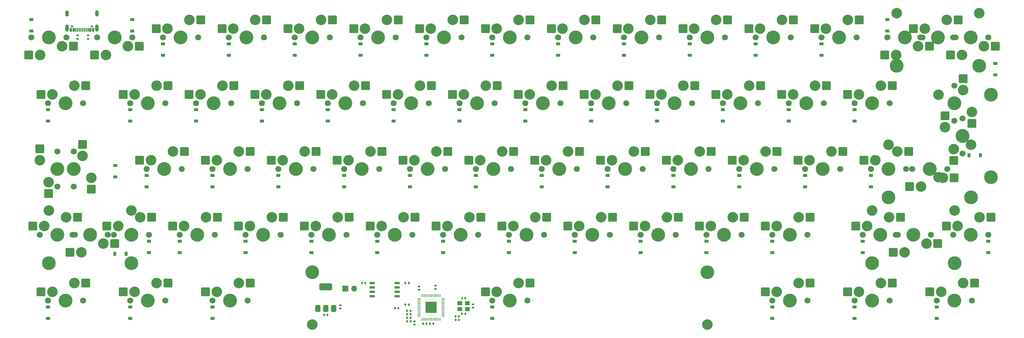
<source format=gbr>
%TF.GenerationSoftware,KiCad,Pcbnew,8.0.4*%
%TF.CreationDate,2024-09-09T16:00:28+08:00*%
%TF.ProjectId,PH60_Rev3,50483630-5f52-4657-9633-2e6b69636164,rev?*%
%TF.SameCoordinates,PX1b40518PY1b40518*%
%TF.FileFunction,Soldermask,Bot*%
%TF.FilePolarity,Negative*%
%FSLAX46Y46*%
G04 Gerber Fmt 4.6, Leading zero omitted, Abs format (unit mm)*
G04 Created by KiCad (PCBNEW 8.0.4) date 2024-09-09 16:00:28*
%MOMM*%
%LPD*%
G01*
G04 APERTURE LIST*
G04 Aperture macros list*
%AMRoundRect*
0 Rectangle with rounded corners*
0 $1 Rounding radius*
0 $2 $3 $4 $5 $6 $7 $8 $9 X,Y pos of 4 corners*
0 Add a 4 corners polygon primitive as box body*
4,1,4,$2,$3,$4,$5,$6,$7,$8,$9,$2,$3,0*
0 Add four circle primitives for the rounded corners*
1,1,$1+$1,$2,$3*
1,1,$1+$1,$4,$5*
1,1,$1+$1,$6,$7*
1,1,$1+$1,$8,$9*
0 Add four rect primitives between the rounded corners*
20,1,$1+$1,$2,$3,$4,$5,0*
20,1,$1+$1,$4,$5,$6,$7,0*
20,1,$1+$1,$6,$7,$8,$9,0*
20,1,$1+$1,$8,$9,$2,$3,0*%
G04 Aperture macros list end*
%ADD10C,3.048000*%
%ADD11C,3.987800*%
%ADD12C,1.750000*%
%ADD13C,3.050000*%
%ADD14C,4.000000*%
%ADD15RoundRect,0.250000X-1.025000X-1.000000X1.025000X-1.000000X1.025000X1.000000X-1.025000X1.000000X0*%
%ADD16RoundRect,0.250000X1.000000X-1.025000X1.000000X1.025000X-1.000000X1.025000X-1.000000X-1.025000X0*%
%ADD17RoundRect,0.250000X1.025000X1.000000X-1.025000X1.000000X-1.025000X-1.000000X1.025000X-1.000000X0*%
%ADD18RoundRect,0.250000X-1.000000X1.025000X-1.000000X-1.025000X1.000000X-1.025000X1.000000X1.025000X0*%
%ADD19RoundRect,0.140000X-0.140000X-0.170000X0.140000X-0.170000X0.140000X0.170000X-0.140000X0.170000X0*%
%ADD20RoundRect,0.225000X0.375000X-0.225000X0.375000X0.225000X-0.375000X0.225000X-0.375000X-0.225000X0*%
%ADD21RoundRect,0.135000X-0.185000X0.135000X-0.185000X-0.135000X0.185000X-0.135000X0.185000X0.135000X0*%
%ADD22RoundRect,0.135000X-0.135000X-0.185000X0.135000X-0.185000X0.135000X0.185000X-0.135000X0.185000X0*%
%ADD23RoundRect,0.140000X0.140000X0.170000X-0.140000X0.170000X-0.140000X-0.170000X0.140000X-0.170000X0*%
%ADD24R,1.700000X1.700000*%
%ADD25O,1.700000X1.700000*%
%ADD26RoundRect,0.135000X0.135000X0.185000X-0.135000X0.185000X-0.135000X-0.185000X0.135000X-0.185000X0*%
%ADD27RoundRect,0.225000X-0.375000X0.225000X-0.375000X-0.225000X0.375000X-0.225000X0.375000X0.225000X0*%
%ADD28RoundRect,0.150000X0.650000X0.150000X-0.650000X0.150000X-0.650000X-0.150000X0.650000X-0.150000X0*%
%ADD29RoundRect,0.140000X0.170000X-0.140000X0.170000X0.140000X-0.170000X0.140000X-0.170000X-0.140000X0*%
%ADD30RoundRect,0.225000X0.225000X0.375000X-0.225000X0.375000X-0.225000X-0.375000X0.225000X-0.375000X0*%
%ADD31R,1.400000X1.200000*%
%ADD32RoundRect,0.375000X0.375000X-0.625000X0.375000X0.625000X-0.375000X0.625000X-0.375000X-0.625000X0*%
%ADD33RoundRect,0.500000X1.400000X-0.500000X1.400000X0.500000X-1.400000X0.500000X-1.400000X-0.500000X0*%
%ADD34RoundRect,0.140000X-0.170000X0.140000X-0.170000X-0.140000X0.170000X-0.140000X0.170000X0.140000X0*%
%ADD35C,0.650000*%
%ADD36RoundRect,0.150000X-0.150000X-0.425000X0.150000X-0.425000X0.150000X0.425000X-0.150000X0.425000X0*%
%ADD37RoundRect,0.075000X-0.075000X-0.500000X0.075000X-0.500000X0.075000X0.500000X-0.075000X0.500000X0*%
%ADD38O,1.000000X1.800000*%
%ADD39O,1.000000X2.100000*%
%ADD40RoundRect,0.050000X-0.050000X0.387500X-0.050000X-0.387500X0.050000X-0.387500X0.050000X0.387500X0*%
%ADD41RoundRect,0.050000X-0.387500X0.050000X-0.387500X-0.050000X0.387500X-0.050000X0.387500X0.050000X0*%
%ADD42R,3.200000X3.200000*%
G04 APERTURE END LIST*
D10*
%TO.C,REF\u002A\u002A*%
X200025000Y-92710000D03*
D11*
X200025000Y-77500000D03*
D10*
X85725000Y-92710000D03*
D11*
X85725000Y-77500000D03*
%TD*%
D12*
%TO.C,S52*%
X180657500Y-66675000D03*
D13*
X181927500Y-64135000D03*
D14*
X185737500Y-66675000D03*
D13*
X188277500Y-61595000D03*
D12*
X190817500Y-66675000D03*
D15*
X178652500Y-64135000D03*
X191579500Y-61595000D03*
%TD*%
D12*
%TO.C,S16*%
X33020000Y-28575000D03*
D13*
X34290000Y-26035000D03*
D14*
X38100000Y-28575000D03*
D13*
X40640000Y-23495000D03*
D12*
X43180000Y-28575000D03*
D15*
X31015000Y-26035000D03*
X43942000Y-23495000D03*
%TD*%
D12*
%TO.C,S29*%
X11906250Y-52705000D03*
D13*
X9366250Y-51435000D03*
D14*
X11906250Y-47625000D03*
D13*
X6826250Y-45085000D03*
D12*
X11906250Y-42545000D03*
D16*
X9366250Y-54710000D03*
X6826250Y-41783000D03*
%TD*%
D12*
%TO.C,S10*%
X175895000Y-9525000D03*
D13*
X177165000Y-6985000D03*
D14*
X180975000Y-9525000D03*
D13*
X183515000Y-4445000D03*
D12*
X186055000Y-9525000D03*
D15*
X173890000Y-6985000D03*
X186817000Y-4445000D03*
%TD*%
D12*
%TO.C,S14*%
X261620000Y-9525000D03*
D13*
X262890000Y-6985000D03*
D14*
X266700000Y-9525000D03*
D13*
X269240000Y-4445000D03*
D12*
X271780000Y-9525000D03*
D15*
X259615000Y-6985000D03*
X272542000Y-4445000D03*
%TD*%
D12*
%TO.C,S63*%
X266382500Y-85725000D03*
D13*
X267652500Y-83185000D03*
D14*
X271462500Y-85725000D03*
D13*
X274002500Y-80645000D03*
D12*
X276542500Y-85725000D03*
D15*
X264377500Y-83185000D03*
X277304500Y-80645000D03*
%TD*%
D12*
%TO.C,S24*%
X185420000Y-28575000D03*
D13*
X186690000Y-26035000D03*
D14*
X190500000Y-28575000D03*
D13*
X193040000Y-23495000D03*
D12*
X195580000Y-28575000D03*
D15*
X183415000Y-26035000D03*
X196342000Y-23495000D03*
%TD*%
D12*
%TO.C,S61*%
X218757500Y-85725000D03*
D13*
X220027500Y-83185000D03*
D14*
X223837500Y-85725000D03*
D13*
X226377500Y-80645000D03*
D12*
X228917500Y-85725000D03*
D15*
X216752500Y-83185000D03*
X229679500Y-80645000D03*
%TD*%
D12*
%TO.C,S47*%
X85407500Y-66675000D03*
D13*
X86677500Y-64135000D03*
D14*
X90487500Y-66675000D03*
D13*
X93027500Y-61595000D03*
D12*
X95567500Y-66675000D03*
D15*
X83402500Y-64135000D03*
X96329500Y-61595000D03*
%TD*%
D12*
%TO.C,S41*%
X269398750Y-47625000D03*
D13*
X268128750Y-50165000D03*
D14*
X264318750Y-47625000D03*
D13*
X261778750Y-52705000D03*
D12*
X259238750Y-47625000D03*
D17*
X271403750Y-50165000D03*
X258476750Y-52705000D03*
%TD*%
D12*
%TO.C,S30*%
X37782500Y-47625000D03*
D13*
X39052500Y-45085000D03*
D14*
X42862500Y-47625000D03*
D13*
X45402500Y-42545000D03*
D12*
X47942500Y-47625000D03*
D15*
X35777500Y-45085000D03*
X48704500Y-42545000D03*
%TD*%
D12*
%TO.C,S28*%
X273843750Y-43180000D03*
D13*
X271303750Y-41910000D03*
D14*
X273843750Y-38100000D03*
D13*
X268763750Y-35560000D03*
D12*
X273843750Y-33020000D03*
D16*
X271303750Y-45185000D03*
X268763750Y-32258000D03*
%TD*%
D12*
%TO.C,S43*%
X26511250Y-66675000D03*
D13*
X25241250Y-69215000D03*
D14*
X21431250Y-66675000D03*
D13*
X18891250Y-71755000D03*
D12*
X16351250Y-66675000D03*
D17*
X28516250Y-69215000D03*
X15589250Y-71755000D03*
%TD*%
D12*
%TO.C,S33*%
X94932500Y-47625000D03*
D13*
X96202500Y-45085000D03*
D14*
X100012500Y-47625000D03*
D13*
X102552500Y-42545000D03*
D12*
X105092500Y-47625000D03*
D15*
X92927500Y-45085000D03*
X105854500Y-42545000D03*
%TD*%
D12*
%TO.C,S7*%
X118745000Y-9525000D03*
D13*
X120015000Y-6985000D03*
D14*
X123825000Y-9525000D03*
D13*
X126365000Y-4445000D03*
D12*
X128905000Y-9525000D03*
D15*
X116740000Y-6985000D03*
X129667000Y-4445000D03*
%TD*%
D10*
%TO.C,REF\u002A\u002A*%
X252380750Y-40640000D03*
D11*
X252380750Y-55850000D03*
D10*
X276256750Y-40640000D03*
D11*
X276256750Y-55850000D03*
%TD*%
D12*
%TO.C,S23*%
X166370000Y-28575000D03*
D13*
X167640000Y-26035000D03*
D14*
X171450000Y-28575000D03*
D13*
X173990000Y-23495000D03*
D12*
X176530000Y-28575000D03*
D15*
X164365000Y-26035000D03*
X177292000Y-23495000D03*
%TD*%
D12*
%TO.C,S26*%
X223520000Y-28575000D03*
D13*
X224790000Y-26035000D03*
D14*
X228600000Y-28575000D03*
D13*
X231140000Y-23495000D03*
D12*
X233680000Y-28575000D03*
D15*
X221515000Y-26035000D03*
X234442000Y-23495000D03*
%TD*%
D12*
%TO.C,S48*%
X104457500Y-66675000D03*
D13*
X105727500Y-64135000D03*
D14*
X109537500Y-66675000D03*
D13*
X112077500Y-61595000D03*
D12*
X114617500Y-66675000D03*
D15*
X102452500Y-64135000D03*
X115379500Y-61595000D03*
%TD*%
D12*
%TO.C,S50*%
X142557500Y-66675000D03*
D13*
X143827500Y-64135000D03*
D14*
X147637500Y-66675000D03*
D13*
X150177500Y-61595000D03*
D12*
X152717500Y-66675000D03*
D15*
X140552500Y-64135000D03*
X153479500Y-61595000D03*
%TD*%
D12*
%TO.C,S62*%
X242570000Y-85725000D03*
D13*
X243840000Y-83185000D03*
D14*
X247650000Y-85725000D03*
D13*
X250190000Y-80645000D03*
D12*
X252730000Y-85725000D03*
D15*
X240565000Y-83185000D03*
X253492000Y-80645000D03*
%TD*%
D12*
%TO.C,S55*%
X244951250Y-66675000D03*
D13*
X246221250Y-64135000D03*
D14*
X250031250Y-66675000D03*
D13*
X252571250Y-61595000D03*
D12*
X255111250Y-66675000D03*
D15*
X242946250Y-64135000D03*
X255873250Y-61595000D03*
%TD*%
D12*
%TO.C,S28*%
X271462500Y-23495000D03*
D13*
X274002500Y-24765000D03*
D14*
X271462500Y-28575000D03*
D13*
X276542500Y-31115000D03*
D12*
X271462500Y-33655000D03*
D18*
X274002500Y-21490000D03*
X276542500Y-34417000D03*
%TD*%
D10*
%TO.C,REF\u002A\u002A*%
X247618250Y-59690000D03*
D11*
X247618250Y-74900000D03*
D10*
X271494250Y-59690000D03*
D11*
X271494250Y-74900000D03*
%TD*%
D12*
%TO.C,S29*%
X16668750Y-42545000D03*
D13*
X19208750Y-43815000D03*
D14*
X16668750Y-47625000D03*
D13*
X21748750Y-50165000D03*
D12*
X16668750Y-52705000D03*
D18*
X19208750Y-40540000D03*
X21748750Y-53467000D03*
%TD*%
D12*
%TO.C,S36*%
X152082500Y-47625000D03*
D13*
X153352500Y-45085000D03*
D14*
X157162500Y-47625000D03*
D13*
X159702500Y-42545000D03*
D12*
X162242500Y-47625000D03*
D15*
X150077500Y-45085000D03*
X163004500Y-42545000D03*
%TD*%
D10*
%TO.C,REF\u002A\u002A*%
X254762000Y-2540000D03*
D11*
X254762000Y-17750000D03*
D10*
X278638000Y-2540000D03*
D11*
X278638000Y-17750000D03*
%TD*%
D12*
%TO.C,S53*%
X199707500Y-66675000D03*
D13*
X200977500Y-64135000D03*
D14*
X204787500Y-66675000D03*
D13*
X207327500Y-61595000D03*
D12*
X209867500Y-66675000D03*
D15*
X197702500Y-64135000D03*
X210629500Y-61595000D03*
%TD*%
D12*
%TO.C,S4*%
X61595000Y-9525000D03*
D13*
X62865000Y-6985000D03*
D14*
X66675000Y-9525000D03*
D13*
X69215000Y-4445000D03*
D12*
X71755000Y-9525000D03*
D15*
X59590000Y-6985000D03*
X72517000Y-4445000D03*
%TD*%
D12*
%TO.C,S11*%
X194945000Y-9525000D03*
D13*
X196215000Y-6985000D03*
D14*
X200025000Y-9525000D03*
D13*
X202565000Y-4445000D03*
D12*
X205105000Y-9525000D03*
D15*
X192940000Y-6985000D03*
X205867000Y-4445000D03*
%TD*%
D12*
%TO.C,S3*%
X42545000Y-9525000D03*
D13*
X43815000Y-6985000D03*
D14*
X47625000Y-9525000D03*
D13*
X50165000Y-4445000D03*
D12*
X52705000Y-9525000D03*
D15*
X40540000Y-6985000D03*
X53467000Y-4445000D03*
%TD*%
D12*
%TO.C,S37*%
X171132500Y-47625000D03*
D13*
X172402500Y-45085000D03*
D14*
X176212500Y-47625000D03*
D13*
X178752500Y-42545000D03*
D12*
X181292500Y-47625000D03*
D15*
X169127500Y-45085000D03*
X182054500Y-42545000D03*
%TD*%
D12*
%TO.C,S27*%
X242570000Y-28575000D03*
D13*
X243840000Y-26035000D03*
D14*
X247650000Y-28575000D03*
D13*
X250190000Y-23495000D03*
D12*
X252730000Y-28575000D03*
D15*
X240565000Y-26035000D03*
X253492000Y-23495000D03*
%TD*%
D12*
%TO.C,S13*%
X233045000Y-9525000D03*
D13*
X234315000Y-6985000D03*
D14*
X238125000Y-9525000D03*
D13*
X240665000Y-4445000D03*
D12*
X243205000Y-9525000D03*
D15*
X231040000Y-6985000D03*
X243967000Y-4445000D03*
%TD*%
D12*
%TO.C,S49*%
X123507500Y-66675000D03*
D13*
X124777500Y-64135000D03*
D14*
X128587500Y-66675000D03*
D13*
X131127500Y-61595000D03*
D12*
X133667500Y-66675000D03*
D15*
X121502500Y-64135000D03*
X134429500Y-61595000D03*
%TD*%
D10*
%TO.C,REF\u002A\u002A*%
X9493250Y-59690000D03*
D11*
X9493250Y-74900000D03*
D10*
X33369250Y-59690000D03*
D11*
X33369250Y-74900000D03*
%TD*%
D12*
%TO.C,S38*%
X190182500Y-47625000D03*
D13*
X191452500Y-45085000D03*
D14*
X195262500Y-47625000D03*
D13*
X197802500Y-42545000D03*
D12*
X200342500Y-47625000D03*
D15*
X188177500Y-45085000D03*
X201104500Y-42545000D03*
%TD*%
D12*
%TO.C,S5*%
X80645000Y-9525000D03*
D13*
X81915000Y-6985000D03*
D14*
X85725000Y-9525000D03*
D13*
X88265000Y-4445000D03*
D12*
X90805000Y-9525000D03*
D15*
X78640000Y-6985000D03*
X91567000Y-4445000D03*
%TD*%
D12*
%TO.C,S54*%
X218757500Y-66675000D03*
D13*
X220027500Y-64135000D03*
D14*
X223837500Y-66675000D03*
D13*
X226377500Y-61595000D03*
D12*
X228917500Y-66675000D03*
D15*
X216752500Y-64135000D03*
X229679500Y-61595000D03*
%TD*%
D12*
%TO.C,S41*%
X247332500Y-47625000D03*
D13*
X248602500Y-45085000D03*
D14*
X252412500Y-47625000D03*
D13*
X254952500Y-42545000D03*
D12*
X257492500Y-47625000D03*
D15*
X245327500Y-45085000D03*
X258254500Y-42545000D03*
%TD*%
D12*
%TO.C,S1*%
X14605000Y-9525000D03*
D13*
X13335000Y-12065000D03*
D14*
X9525000Y-9525000D03*
D13*
X6985000Y-14605000D03*
D12*
X4445000Y-9525000D03*
D17*
X16610000Y-12065000D03*
X3683000Y-14605000D03*
%TD*%
D12*
%TO.C,S39*%
X209232500Y-47625000D03*
D13*
X210502500Y-45085000D03*
D14*
X214312500Y-47625000D03*
D13*
X216852500Y-42545000D03*
D12*
X219392500Y-47625000D03*
D15*
X207227500Y-45085000D03*
X220154500Y-42545000D03*
%TD*%
D12*
%TO.C,S8*%
X137795000Y-9525000D03*
D13*
X139065000Y-6985000D03*
D14*
X142875000Y-9525000D03*
D13*
X145415000Y-4445000D03*
D12*
X147955000Y-9525000D03*
D15*
X135790000Y-6985000D03*
X148717000Y-4445000D03*
%TD*%
D12*
%TO.C,S9*%
X156845000Y-9525000D03*
D13*
X158115000Y-6985000D03*
D14*
X161925000Y-9525000D03*
D13*
X164465000Y-4445000D03*
D12*
X167005000Y-9525000D03*
D15*
X154840000Y-6985000D03*
X167767000Y-4445000D03*
%TD*%
D12*
%TO.C,S59*%
X56832500Y-85725000D03*
D13*
X58102500Y-83185000D03*
D14*
X61912500Y-85725000D03*
D13*
X64452500Y-80645000D03*
D12*
X66992500Y-85725000D03*
D15*
X54827500Y-83185000D03*
X67754500Y-80645000D03*
%TD*%
D12*
%TO.C,S32*%
X75882500Y-47625000D03*
D13*
X77152500Y-45085000D03*
D14*
X80962500Y-47625000D03*
D13*
X83502500Y-42545000D03*
D12*
X86042500Y-47625000D03*
D15*
X73877500Y-45085000D03*
X86804500Y-42545000D03*
%TD*%
D12*
%TO.C,S17*%
X52070000Y-28575000D03*
D13*
X53340000Y-26035000D03*
D14*
X57150000Y-28575000D03*
D13*
X59690000Y-23495000D03*
D12*
X62230000Y-28575000D03*
D15*
X50065000Y-26035000D03*
X62992000Y-23495000D03*
%TD*%
D12*
%TO.C,S2*%
X33655000Y-9525000D03*
D13*
X32385000Y-12065000D03*
D14*
X28575000Y-9525000D03*
D13*
X26035000Y-14605000D03*
D12*
X23495000Y-9525000D03*
D17*
X35660000Y-12065000D03*
X22733000Y-14605000D03*
%TD*%
D12*
%TO.C,S58*%
X33020000Y-85725000D03*
D13*
X34290000Y-83185000D03*
D14*
X38100000Y-85725000D03*
D13*
X40640000Y-80645000D03*
D12*
X43180000Y-85725000D03*
D15*
X31015000Y-83185000D03*
X43942000Y-80645000D03*
%TD*%
D12*
%TO.C,S14*%
X262255000Y-9525000D03*
D13*
X260985000Y-12065000D03*
D14*
X257175000Y-9525000D03*
D13*
X254635000Y-14605000D03*
D12*
X252095000Y-9525000D03*
D17*
X264260000Y-12065000D03*
X251333000Y-14605000D03*
%TD*%
D12*
%TO.C,S15*%
X9207500Y-28575000D03*
D13*
X10477500Y-26035000D03*
D14*
X14287500Y-28575000D03*
D13*
X16827500Y-23495000D03*
D12*
X19367500Y-28575000D03*
D15*
X7202500Y-26035000D03*
X20129500Y-23495000D03*
%TD*%
D12*
%TO.C,S51*%
X161607500Y-66675000D03*
D13*
X162877500Y-64135000D03*
D14*
X166687500Y-66675000D03*
D13*
X169227500Y-61595000D03*
D12*
X171767500Y-66675000D03*
D15*
X159602500Y-64135000D03*
X172529500Y-61595000D03*
%TD*%
D12*
%TO.C,S34*%
X113982500Y-47625000D03*
D13*
X115252500Y-45085000D03*
D14*
X119062500Y-47625000D03*
D13*
X121602500Y-42545000D03*
D12*
X124142500Y-47625000D03*
D15*
X111977500Y-45085000D03*
X124904500Y-42545000D03*
%TD*%
D12*
%TO.C,S40*%
X228282500Y-47625000D03*
D13*
X229552500Y-45085000D03*
D14*
X233362500Y-47625000D03*
D13*
X235902500Y-42545000D03*
D12*
X238442500Y-47625000D03*
D15*
X226277500Y-45085000D03*
X239204500Y-42545000D03*
%TD*%
D12*
%TO.C,S12*%
X213995000Y-9525000D03*
D13*
X215265000Y-6985000D03*
D14*
X219075000Y-9525000D03*
D13*
X221615000Y-4445000D03*
D12*
X224155000Y-9525000D03*
D15*
X211990000Y-6985000D03*
X224917000Y-4445000D03*
%TD*%
D12*
%TO.C,S57*%
X9207500Y-85725000D03*
D13*
X10477500Y-83185000D03*
D14*
X14287500Y-85725000D03*
D13*
X16827500Y-80645000D03*
D12*
X19367500Y-85725000D03*
D15*
X7202500Y-83185000D03*
X20129500Y-80645000D03*
%TD*%
D12*
%TO.C,S18*%
X71120000Y-28575000D03*
D13*
X72390000Y-26035000D03*
D14*
X76200000Y-28575000D03*
D13*
X78740000Y-23495000D03*
D12*
X81280000Y-28575000D03*
D15*
X69115000Y-26035000D03*
X82042000Y-23495000D03*
%TD*%
D12*
%TO.C,S35*%
X133032500Y-47625000D03*
D13*
X134302500Y-45085000D03*
D14*
X138112500Y-47625000D03*
D13*
X140652500Y-42545000D03*
D12*
X143192500Y-47625000D03*
D15*
X131027500Y-45085000D03*
X143954500Y-42545000D03*
%TD*%
D12*
%TO.C,S45*%
X47307500Y-66675000D03*
D13*
X48577500Y-64135000D03*
D14*
X52387500Y-66675000D03*
D13*
X54927500Y-61595000D03*
D12*
X57467500Y-66675000D03*
D15*
X45302500Y-64135000D03*
X58229500Y-61595000D03*
%TD*%
D12*
%TO.C,S21*%
X128270000Y-28575000D03*
D13*
X129540000Y-26035000D03*
D14*
X133350000Y-28575000D03*
D13*
X135890000Y-23495000D03*
D12*
X138430000Y-28575000D03*
D15*
X126265000Y-26035000D03*
X139192000Y-23495000D03*
%TD*%
D12*
%TO.C,S22*%
X147320000Y-28575000D03*
D13*
X148590000Y-26035000D03*
D14*
X152400000Y-28575000D03*
D13*
X154940000Y-23495000D03*
D12*
X157480000Y-28575000D03*
D15*
X145315000Y-26035000D03*
X158242000Y-23495000D03*
%TD*%
D10*
%TO.C,REF\u002A\u002A*%
X266858750Y-50038000D03*
D11*
X282068750Y-50038000D03*
D10*
X266858750Y-26162000D03*
D11*
X282068750Y-26162000D03*
%TD*%
D12*
%TO.C,S56*%
X271145000Y-66675000D03*
D13*
X272415000Y-64135000D03*
D14*
X276225000Y-66675000D03*
D13*
X278765000Y-61595000D03*
D12*
X281305000Y-66675000D03*
D15*
X269140000Y-64135000D03*
X282067000Y-61595000D03*
%TD*%
D12*
%TO.C,S42*%
X281305000Y-9525000D03*
D13*
X280035000Y-12065000D03*
D14*
X276225000Y-9525000D03*
D13*
X273685000Y-14605000D03*
D12*
X271145000Y-9525000D03*
D17*
X283310000Y-12065000D03*
X270383000Y-14605000D03*
%TD*%
D12*
%TO.C,S60*%
X137795000Y-85725000D03*
D13*
X139065000Y-83185000D03*
D14*
X142875000Y-85725000D03*
D13*
X145415000Y-80645000D03*
D12*
X147955000Y-85725000D03*
D15*
X135790000Y-83185000D03*
X148717000Y-80645000D03*
%TD*%
D12*
%TO.C,S46*%
X66357500Y-66675000D03*
D13*
X67627500Y-64135000D03*
D14*
X71437500Y-66675000D03*
D13*
X73977500Y-61595000D03*
D12*
X76517500Y-66675000D03*
D15*
X64352500Y-64135000D03*
X77279500Y-61595000D03*
%TD*%
D12*
%TO.C,S55*%
X264636250Y-66675000D03*
D13*
X263366250Y-69215000D03*
D14*
X259556250Y-66675000D03*
D13*
X257016250Y-71755000D03*
D12*
X254476250Y-66675000D03*
D17*
X266641250Y-69215000D03*
X253714250Y-71755000D03*
%TD*%
D12*
%TO.C,S19*%
X90170000Y-28575000D03*
D13*
X91440000Y-26035000D03*
D14*
X95250000Y-28575000D03*
D13*
X97790000Y-23495000D03*
D12*
X100330000Y-28575000D03*
D15*
X88165000Y-26035000D03*
X101092000Y-23495000D03*
%TD*%
D12*
%TO.C,S44*%
X28257500Y-66675000D03*
D13*
X29527500Y-64135000D03*
D14*
X33337500Y-66675000D03*
D13*
X35877500Y-61595000D03*
D12*
X38417500Y-66675000D03*
D15*
X26252500Y-64135000D03*
X39179500Y-61595000D03*
%TD*%
D12*
%TO.C,S20*%
X109220000Y-28575000D03*
D13*
X110490000Y-26035000D03*
D14*
X114300000Y-28575000D03*
D13*
X116840000Y-23495000D03*
D12*
X119380000Y-28575000D03*
D15*
X107215000Y-26035000D03*
X120142000Y-23495000D03*
%TD*%
D12*
%TO.C,S43*%
X6826250Y-66675000D03*
D13*
X8096250Y-64135000D03*
D14*
X11906250Y-66675000D03*
D13*
X14446250Y-61595000D03*
D12*
X16986250Y-66675000D03*
D15*
X4821250Y-64135000D03*
X17748250Y-61595000D03*
%TD*%
D12*
%TO.C,S6*%
X99695000Y-9525000D03*
D13*
X100965000Y-6985000D03*
D14*
X104775000Y-9525000D03*
D13*
X107315000Y-4445000D03*
D12*
X109855000Y-9525000D03*
D15*
X97690000Y-6985000D03*
X110617000Y-4445000D03*
%TD*%
D12*
%TO.C,S31*%
X56832500Y-47625000D03*
D13*
X58102500Y-45085000D03*
D14*
X61912500Y-47625000D03*
D13*
X64452500Y-42545000D03*
D12*
X66992500Y-47625000D03*
D15*
X54827500Y-45085000D03*
X67754500Y-42545000D03*
%TD*%
D12*
%TO.C,S25*%
X204470000Y-28575000D03*
D13*
X205740000Y-26035000D03*
D14*
X209550000Y-28575000D03*
D13*
X212090000Y-23495000D03*
D12*
X214630000Y-28575000D03*
D15*
X202465000Y-26035000D03*
X215392000Y-23495000D03*
%TD*%
D19*
%TO.C,C1*%
X89132500Y-89900000D03*
X90092500Y-89900000D03*
%TD*%
D20*
%TO.C,D40*%
X228282500Y-52805000D03*
X228282500Y-49505000D03*
%TD*%
%TO.C,D57*%
X9207500Y-90905000D03*
X9207500Y-87605000D03*
%TD*%
D21*
%TO.C,R6*%
X17800000Y-8945000D03*
X17800000Y-9965000D03*
%TD*%
D20*
%TO.C,D12*%
X213995000Y-14705000D03*
X213995000Y-11405000D03*
%TD*%
%TO.C,D37*%
X171132500Y-52805000D03*
X171132500Y-49505000D03*
%TD*%
%TO.C,D22*%
X147320000Y-33755000D03*
X147320000Y-30455000D03*
%TD*%
%TO.C,D25*%
X204470000Y-33755000D03*
X204470000Y-30455000D03*
%TD*%
%TO.C,D16*%
X33020000Y-33755000D03*
X33020000Y-30455000D03*
%TD*%
%TO.C,D63*%
X266382500Y-90905000D03*
X266382500Y-87605000D03*
%TD*%
D19*
%TO.C,C6*%
X127152500Y-91300000D03*
X128112500Y-91300000D03*
%TD*%
D22*
%TO.C,R3*%
X113115000Y-88700000D03*
X114135000Y-88700000D03*
%TD*%
D19*
%TO.C,C13*%
X117770000Y-92400000D03*
X118730000Y-92400000D03*
%TD*%
D20*
%TO.C,D24*%
X185420000Y-33755000D03*
X185420000Y-30455000D03*
%TD*%
%TO.C,D21*%
X128270000Y-33755000D03*
X128270000Y-30455000D03*
%TD*%
%TO.C,D44*%
X38417500Y-71855000D03*
X38417500Y-68555000D03*
%TD*%
%TO.C,D23*%
X166370000Y-33755000D03*
X166370000Y-30455000D03*
%TD*%
%TO.C,D42*%
X283310000Y-20365000D03*
X283310000Y-17065000D03*
%TD*%
%TO.C,D36*%
X152082500Y-52805000D03*
X152082500Y-49505000D03*
%TD*%
%TO.C,D29*%
X28750000Y-49900000D03*
X28750000Y-46600000D03*
%TD*%
D22*
%TO.C,R4*%
X113115000Y-89700000D03*
X114135000Y-89700000D03*
%TD*%
D23*
%TO.C,C8*%
X114105000Y-90700000D03*
X113145000Y-90700000D03*
%TD*%
D19*
%TO.C,C9*%
X127152500Y-90300000D03*
X128112500Y-90300000D03*
%TD*%
D24*
%TO.C,J2*%
X95225000Y-82250000D03*
D25*
X97765000Y-82250000D03*
%TD*%
D26*
%TO.C,R1*%
X113622500Y-80610000D03*
X112602500Y-80610000D03*
%TD*%
D20*
%TO.C,D46*%
X66357500Y-71855000D03*
X66357500Y-68555000D03*
%TD*%
%TO.C,D50*%
X142557500Y-71855000D03*
X142557500Y-68555000D03*
%TD*%
D27*
%TO.C,D2*%
X33655000Y-4345000D03*
X33655000Y-7645000D03*
%TD*%
D20*
%TO.C,D38*%
X190182500Y-52805000D03*
X190182500Y-49505000D03*
%TD*%
D27*
%TO.C,D1*%
X4445000Y-4345000D03*
X4445000Y-7645000D03*
%TD*%
D28*
%TO.C,U2*%
X110250000Y-80610000D03*
X110250000Y-81880000D03*
X110250000Y-83150000D03*
X110250000Y-84420000D03*
X103050000Y-84420000D03*
X103050000Y-83150000D03*
X103050000Y-81880000D03*
X103050000Y-80610000D03*
%TD*%
D20*
%TO.C,D26*%
X223520000Y-33755000D03*
X223520000Y-30455000D03*
%TD*%
%TO.C,D56*%
X281305000Y-71855000D03*
X281305000Y-68555000D03*
%TD*%
%TO.C,D58*%
X33020000Y-90905000D03*
X33020000Y-87605000D03*
%TD*%
D23*
%TO.C,C7*%
X113592500Y-86900000D03*
X112632500Y-86900000D03*
%TD*%
D20*
%TO.C,D49*%
X123507500Y-71855000D03*
X123507500Y-68555000D03*
%TD*%
%TO.C,D61*%
X218757500Y-90905000D03*
X218757500Y-87605000D03*
%TD*%
D29*
%TO.C,C5*%
X121300000Y-82380000D03*
X121300000Y-81420000D03*
%TD*%
D19*
%TO.C,C2*%
X129020000Y-85050000D03*
X129980000Y-85050000D03*
%TD*%
D20*
%TO.C,D17*%
X52070000Y-33755000D03*
X52070000Y-30455000D03*
%TD*%
D30*
%TO.C,D43*%
X31816250Y-72215000D03*
X28516250Y-72215000D03*
%TD*%
D31*
%TO.C,Y1*%
X130600000Y-88150000D03*
X128400000Y-88150000D03*
X128400000Y-86450000D03*
X130600000Y-86450000D03*
%TD*%
D32*
%TO.C,U1*%
X91912500Y-88050000D03*
X89612500Y-88050000D03*
X87312500Y-88050000D03*
D33*
X89612500Y-81750000D03*
%TD*%
D20*
%TO.C,D10*%
X175895000Y-14705000D03*
X175895000Y-11405000D03*
%TD*%
%TO.C,D52*%
X180657500Y-71855000D03*
X180657500Y-68555000D03*
%TD*%
%TO.C,D13*%
X233045000Y-14705000D03*
X233045000Y-11405000D03*
%TD*%
%TO.C,D18*%
X71120000Y-33755000D03*
X71120000Y-30455000D03*
%TD*%
D30*
%TO.C,D28*%
X279023750Y-43680000D03*
X275723750Y-43680000D03*
%TD*%
D20*
%TO.C,D60*%
X137795000Y-90905000D03*
X137795000Y-87605000D03*
%TD*%
%TO.C,D33*%
X94932500Y-52805000D03*
X94932500Y-49505000D03*
%TD*%
%TO.C,D20*%
X109220000Y-33755000D03*
X109220000Y-30455000D03*
%TD*%
D23*
%TO.C,C14*%
X101030000Y-80610000D03*
X100070000Y-80610000D03*
%TD*%
D20*
%TO.C,D19*%
X90170000Y-33755000D03*
X90170000Y-30455000D03*
%TD*%
%TO.C,D32*%
X75882500Y-52805000D03*
X75882500Y-49505000D03*
%TD*%
%TO.C,D27*%
X242570000Y-33755000D03*
X242570000Y-30455000D03*
%TD*%
D34*
%TO.C,C11*%
X115250000Y-91700000D03*
X115250000Y-92660000D03*
%TD*%
D20*
%TO.C,D15*%
X9207500Y-33755000D03*
X9207500Y-30455000D03*
%TD*%
%TO.C,D45*%
X47307500Y-71855000D03*
X47307500Y-68555000D03*
%TD*%
%TO.C,D6*%
X99695000Y-14705000D03*
X99695000Y-11405000D03*
%TD*%
D21*
%TO.C,R7*%
X20800000Y-8945000D03*
X20800000Y-9965000D03*
%TD*%
D20*
%TO.C,D59*%
X56832500Y-90905000D03*
X56832500Y-87605000D03*
%TD*%
%TO.C,D35*%
X133032500Y-52805000D03*
X133032500Y-49505000D03*
%TD*%
%TO.C,D3*%
X42545000Y-14705000D03*
X42545000Y-11405000D03*
%TD*%
%TO.C,D9*%
X156845000Y-14705000D03*
X156845000Y-11405000D03*
%TD*%
D29*
%TO.C,C12*%
X116612500Y-82630000D03*
X116612500Y-81670000D03*
%TD*%
D20*
%TO.C,D39*%
X209232500Y-52805000D03*
X209232500Y-49505000D03*
%TD*%
D29*
%TO.C,C3*%
X132150000Y-87780000D03*
X132150000Y-86820000D03*
%TD*%
D34*
%TO.C,C4*%
X93862500Y-87090000D03*
X93862500Y-88050000D03*
%TD*%
D23*
%TO.C,C16*%
X120730000Y-92400000D03*
X119770000Y-92400000D03*
%TD*%
D20*
%TO.C,D48*%
X104457500Y-71855000D03*
X104457500Y-68555000D03*
%TD*%
%TO.C,D31*%
X56832500Y-52805000D03*
X56832500Y-49505000D03*
%TD*%
%TO.C,D5*%
X80645000Y-14705000D03*
X80645000Y-11405000D03*
%TD*%
%TO.C,D8*%
X137795000Y-14705000D03*
X137795000Y-11405000D03*
%TD*%
D35*
%TO.C,J1*%
X16160000Y-6280000D03*
X21940000Y-6280000D03*
D36*
X15850000Y-7355000D03*
X16650000Y-7355000D03*
D37*
X17800000Y-7355000D03*
X18800000Y-7355000D03*
X19300000Y-7355000D03*
X20300000Y-7355000D03*
D36*
X21450000Y-7355000D03*
X22250000Y-7355000D03*
X22250000Y-7355000D03*
X21450000Y-7355000D03*
D37*
X20800000Y-7355000D03*
X19800000Y-7355000D03*
X18300000Y-7355000D03*
X17300000Y-7355000D03*
D36*
X16650000Y-7355000D03*
X15850000Y-7355000D03*
D38*
X14730000Y-2600000D03*
D39*
X14730000Y-6780000D03*
D38*
X23370000Y-2600000D03*
D39*
X23370000Y-6780000D03*
%TD*%
D23*
%TO.C,C15*%
X110592500Y-87900000D03*
X109632500Y-87900000D03*
%TD*%
D20*
%TO.C,D11*%
X194945000Y-14705000D03*
X194945000Y-11405000D03*
%TD*%
%TO.C,D51*%
X161607500Y-71855000D03*
X161607500Y-68555000D03*
%TD*%
%TO.C,D53*%
X199707500Y-71855000D03*
X199707500Y-68555000D03*
%TD*%
%TO.C,D41*%
X247332500Y-52805000D03*
X247332500Y-49505000D03*
%TD*%
%TO.C,D30*%
X37782500Y-52805000D03*
X37782500Y-49505000D03*
%TD*%
D40*
%TO.C,U3*%
X117462500Y-84262500D03*
X117862500Y-84262500D03*
X118262500Y-84262500D03*
X118662500Y-84262500D03*
X119062500Y-84262500D03*
X119462500Y-84262500D03*
X119862500Y-84262500D03*
X120262500Y-84262500D03*
X120662500Y-84262500D03*
X121062500Y-84262500D03*
X121462500Y-84262500D03*
X121862500Y-84262500D03*
X122262500Y-84262500D03*
X122662500Y-84262500D03*
D41*
X123500000Y-85100000D03*
X123500000Y-85500000D03*
X123500000Y-85900000D03*
X123500000Y-86300000D03*
X123500000Y-86700000D03*
X123500000Y-87100000D03*
X123500000Y-87500000D03*
X123500000Y-87900000D03*
X123500000Y-88300000D03*
X123500000Y-88700000D03*
X123500000Y-89100000D03*
X123500000Y-89500000D03*
X123500000Y-89900000D03*
X123500000Y-90300000D03*
D40*
X122662500Y-91137500D03*
X122262500Y-91137500D03*
X121862500Y-91137500D03*
X121462500Y-91137500D03*
X121062500Y-91137500D03*
X120662500Y-91137500D03*
X120262500Y-91137500D03*
X119862500Y-91137500D03*
X119462500Y-91137500D03*
X119062500Y-91137500D03*
X118662500Y-91137500D03*
X118262500Y-91137500D03*
X117862500Y-91137500D03*
X117462500Y-91137500D03*
D41*
X116625000Y-90300000D03*
X116625000Y-89900000D03*
X116625000Y-89500000D03*
X116625000Y-89100000D03*
X116625000Y-88700000D03*
X116625000Y-88300000D03*
X116625000Y-87900000D03*
X116625000Y-87500000D03*
X116625000Y-87100000D03*
X116625000Y-86700000D03*
X116625000Y-86300000D03*
X116625000Y-85900000D03*
X116625000Y-85500000D03*
X116625000Y-85100000D03*
D42*
X120062500Y-87700000D03*
%TD*%
D20*
%TO.C,D47*%
X85407500Y-71855000D03*
X85407500Y-68555000D03*
%TD*%
%TO.C,D7*%
X118745000Y-14705000D03*
X118745000Y-11405000D03*
%TD*%
D26*
%TO.C,R5*%
X130010000Y-89550000D03*
X128990000Y-89550000D03*
%TD*%
D20*
%TO.C,D54*%
X218757500Y-71855000D03*
X218757500Y-68555000D03*
%TD*%
D27*
%TO.C,D14*%
X252095000Y-4345000D03*
X252095000Y-7645000D03*
%TD*%
D20*
%TO.C,D34*%
X113982500Y-52805000D03*
X113982500Y-49505000D03*
%TD*%
%TO.C,D55*%
X244951250Y-71855000D03*
X244951250Y-68555000D03*
%TD*%
%TO.C,D62*%
X242570000Y-90905000D03*
X242570000Y-87605000D03*
%TD*%
%TO.C,D4*%
X61595000Y-14705000D03*
X61595000Y-11405000D03*
%TD*%
D23*
%TO.C,C10*%
X114105000Y-91700000D03*
X113145000Y-91700000D03*
%TD*%
M02*

</source>
